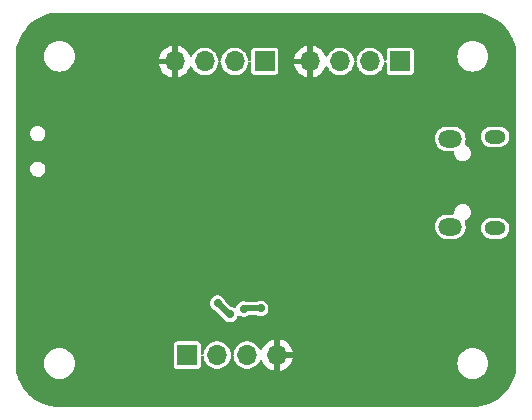
<source format=gbr>
%TF.GenerationSoftware,KiCad,Pcbnew,7.0.9*%
%TF.CreationDate,2023-12-08T01:22:57+08:00*%
%TF.ProjectId,Basic_STM32_Bluepill,42617369-635f-4535-944d-33325f426c75,rev?*%
%TF.SameCoordinates,Original*%
%TF.FileFunction,Copper,L2,Bot*%
%TF.FilePolarity,Positive*%
%FSLAX46Y46*%
G04 Gerber Fmt 4.6, Leading zero omitted, Abs format (unit mm)*
G04 Created by KiCad (PCBNEW 7.0.9) date 2023-12-08 01:22:57*
%MOMM*%
%LPD*%
G01*
G04 APERTURE LIST*
%TA.AperFunction,HeatsinkPad*%
%ADD10O,1.800000X1.150000*%
%TD*%
%TA.AperFunction,HeatsinkPad*%
%ADD11O,2.000000X1.450000*%
%TD*%
%TA.AperFunction,ComponentPad*%
%ADD12R,1.700000X1.700000*%
%TD*%
%TA.AperFunction,ComponentPad*%
%ADD13O,1.700000X1.700000*%
%TD*%
%TA.AperFunction,ViaPad*%
%ADD14C,0.700000*%
%TD*%
%TA.AperFunction,ViaPad*%
%ADD15C,0.800000*%
%TD*%
%TA.AperFunction,Conductor*%
%ADD16C,0.500000*%
%TD*%
G04 APERTURE END LIST*
D10*
%TO.P,J3,6,Shield*%
%TO.N,unconnected-(J3-Shield-Pad6)*%
X173895000Y-95575000D03*
D11*
X170095000Y-95425000D03*
X170095000Y-87975000D03*
D10*
X173895000Y-87825000D03*
%TD*%
D12*
%TO.P,J2,1,Pin_1*%
%TO.N,+3.3V*%
X154381000Y-81443000D03*
D13*
%TO.P,J2,2,Pin_2*%
%TO.N,/USART1_TX*%
X151841000Y-81443000D03*
%TO.P,J2,3,Pin_3*%
%TO.N,/USART1_RX*%
X149301000Y-81443000D03*
%TO.P,J2,4,Pin_4*%
%TO.N,GND*%
X146761000Y-81443000D03*
%TD*%
D12*
%TO.P,J4,1,Pin_1*%
%TO.N,+3.3V*%
X165862000Y-81443000D03*
D13*
%TO.P,J4,2,Pin_2*%
%TO.N,/SWDIO*%
X163322000Y-81443000D03*
%TO.P,J4,3,Pin_3*%
%TO.N,/SWCLK*%
X160782000Y-81443000D03*
%TO.P,J4,4,Pin_4*%
%TO.N,GND*%
X158242000Y-81443000D03*
%TD*%
D12*
%TO.P,J1,1,Pin_1*%
%TO.N,+3.3V*%
X147828000Y-106299000D03*
D13*
%TO.P,J1,2,Pin_2*%
%TO.N,/I2C2_SCL*%
X150368000Y-106299000D03*
%TO.P,J1,3,Pin_3*%
%TO.N,/I2C2_SDA*%
X152908000Y-106299000D03*
%TO.P,J1,4,Pin_4*%
%TO.N,GND*%
X155448000Y-106299000D03*
%TD*%
D14*
%TO.N,GND*%
X169800000Y-102300000D03*
X145200000Y-92800000D03*
X145422753Y-90704778D03*
D15*
X168000000Y-90000000D03*
D14*
X174000000Y-101900000D03*
D15*
X151600000Y-94200000D03*
X138700000Y-85800000D03*
X151100000Y-100600000D03*
D14*
X139700000Y-96300000D03*
X165400000Y-98400000D03*
X166200000Y-102400000D03*
D15*
X146600000Y-88900000D03*
X152200000Y-90500000D03*
D14*
X165400000Y-96900000D03*
X165000000Y-102400000D03*
X156800000Y-99800000D03*
X161000000Y-91000000D03*
%TO.N,+3.3V*%
X154050000Y-102350000D03*
X150405378Y-101905378D03*
X152610500Y-102407705D03*
X151450000Y-102850000D03*
%TD*%
D16*
%TO.N,+3.3V*%
X151350000Y-102850000D02*
X151450000Y-102850000D01*
X152668205Y-102350000D02*
X152610500Y-102407705D01*
X150405378Y-101905378D02*
X151350000Y-102850000D01*
X154050000Y-102350000D02*
X152668205Y-102350000D01*
%TD*%
%TA.AperFunction,Conductor*%
%TO.N,GND*%
G36*
X172001513Y-77300575D02*
G01*
X172359571Y-77318165D01*
X172365624Y-77318760D01*
X172718724Y-77371138D01*
X172724676Y-77372321D01*
X173013435Y-77444651D01*
X173070953Y-77459059D01*
X173076774Y-77460824D01*
X173412867Y-77581081D01*
X173418486Y-77583409D01*
X173741181Y-77736031D01*
X173746539Y-77738894D01*
X174052713Y-77922408D01*
X174057775Y-77925790D01*
X174344494Y-78138436D01*
X174349198Y-78142296D01*
X174613699Y-78382025D01*
X174617974Y-78386300D01*
X174781782Y-78567035D01*
X174857701Y-78650799D01*
X174861563Y-78655505D01*
X175074209Y-78942224D01*
X175077591Y-78947286D01*
X175261098Y-79253448D01*
X175263968Y-79258818D01*
X175416590Y-79581513D01*
X175418920Y-79587137D01*
X175539173Y-79923220D01*
X175540940Y-79929046D01*
X175627674Y-80275304D01*
X175628861Y-80281275D01*
X175681238Y-80634370D01*
X175681834Y-80640428D01*
X175699425Y-80998486D01*
X175699500Y-81001529D01*
X175699500Y-106998470D01*
X175699425Y-107001513D01*
X175681834Y-107359571D01*
X175681238Y-107365629D01*
X175628861Y-107718724D01*
X175627674Y-107724695D01*
X175540940Y-108070953D01*
X175539173Y-108076779D01*
X175418920Y-108412862D01*
X175416590Y-108418486D01*
X175263968Y-108741181D01*
X175261098Y-108746551D01*
X175077591Y-109052713D01*
X175074209Y-109057775D01*
X174861563Y-109344494D01*
X174857701Y-109349200D01*
X174617989Y-109613684D01*
X174613689Y-109617983D01*
X174518751Y-109704029D01*
X174349200Y-109857701D01*
X174344494Y-109861563D01*
X174057775Y-110074209D01*
X174052713Y-110077591D01*
X173746551Y-110261098D01*
X173741181Y-110263968D01*
X173418486Y-110416590D01*
X173412862Y-110418920D01*
X173076779Y-110539173D01*
X173070953Y-110540940D01*
X172724695Y-110627674D01*
X172718724Y-110628861D01*
X172365629Y-110681238D01*
X172359571Y-110681834D01*
X172001514Y-110699425D01*
X171998471Y-110699500D01*
X137001529Y-110699500D01*
X136998486Y-110699425D01*
X136640428Y-110681834D01*
X136634370Y-110681238D01*
X136281275Y-110628861D01*
X136275307Y-110627674D01*
X136217188Y-110613116D01*
X135929046Y-110540940D01*
X135923220Y-110539173D01*
X135587137Y-110418920D01*
X135581513Y-110416590D01*
X135258818Y-110263968D01*
X135253453Y-110261101D01*
X134947286Y-110077591D01*
X134942224Y-110074209D01*
X134655505Y-109861563D01*
X134650799Y-109857701D01*
X134532295Y-109750296D01*
X134386300Y-109617974D01*
X134382025Y-109613699D01*
X134142296Y-109349198D01*
X134138436Y-109344494D01*
X133925790Y-109057775D01*
X133922408Y-109052713D01*
X133738894Y-108746539D01*
X133736031Y-108741181D01*
X133583409Y-108418486D01*
X133581079Y-108412862D01*
X133535556Y-108285635D01*
X133460824Y-108076774D01*
X133459059Y-108070953D01*
X133441297Y-108000045D01*
X133372321Y-107724676D01*
X133371138Y-107718724D01*
X133330757Y-107446496D01*
X133318760Y-107365624D01*
X133318165Y-107359571D01*
X133300575Y-107001512D01*
X133300538Y-107000001D01*
X135694532Y-107000001D01*
X135714364Y-107226686D01*
X135714366Y-107226697D01*
X135773258Y-107446488D01*
X135773261Y-107446497D01*
X135869431Y-107652732D01*
X135869432Y-107652734D01*
X135999954Y-107839141D01*
X136160858Y-108000045D01*
X136160861Y-108000047D01*
X136347266Y-108130568D01*
X136553504Y-108226739D01*
X136773308Y-108285635D01*
X136943216Y-108300500D01*
X137056784Y-108300500D01*
X137226692Y-108285635D01*
X137446496Y-108226739D01*
X137652734Y-108130568D01*
X137839139Y-108000047D01*
X138000047Y-107839139D01*
X138130568Y-107652734D01*
X138226739Y-107446496D01*
X138285635Y-107226692D01*
X138288508Y-107193856D01*
X146677500Y-107193856D01*
X146677502Y-107193882D01*
X146680413Y-107218987D01*
X146680415Y-107218991D01*
X146725793Y-107321764D01*
X146725794Y-107321765D01*
X146805235Y-107401206D01*
X146908009Y-107446585D01*
X146933135Y-107449500D01*
X148722864Y-107449499D01*
X148722879Y-107449497D01*
X148722882Y-107449497D01*
X148747987Y-107446586D01*
X148747988Y-107446585D01*
X148747991Y-107446585D01*
X148850765Y-107401206D01*
X148930206Y-107321765D01*
X148975585Y-107218991D01*
X148978500Y-107193865D01*
X148978499Y-106455046D01*
X148998183Y-106388009D01*
X149050987Y-106342254D01*
X149120146Y-106332310D01*
X149183702Y-106361335D01*
X149221476Y-106420113D01*
X149225970Y-106443606D01*
X149232244Y-106511310D01*
X149290596Y-106716392D01*
X149290596Y-106716394D01*
X149385632Y-106907253D01*
X149454517Y-106998470D01*
X149514128Y-107077407D01*
X149671698Y-107221052D01*
X149852981Y-107333298D01*
X150051802Y-107410321D01*
X150261390Y-107449500D01*
X150261392Y-107449500D01*
X150474608Y-107449500D01*
X150474610Y-107449500D01*
X150684198Y-107410321D01*
X150883019Y-107333298D01*
X151064302Y-107221052D01*
X151221872Y-107077407D01*
X151350366Y-106907255D01*
X151404270Y-106799000D01*
X151445403Y-106716394D01*
X151445403Y-106716393D01*
X151445405Y-106716389D01*
X151503756Y-106511310D01*
X151514529Y-106395047D01*
X151540315Y-106330111D01*
X151582622Y-106299804D01*
X151691130Y-106299804D01*
X151727503Y-106320668D01*
X151759693Y-106382681D01*
X151761471Y-106395048D01*
X151772244Y-106511310D01*
X151830596Y-106716392D01*
X151830596Y-106716394D01*
X151925632Y-106907253D01*
X151994517Y-106998470D01*
X152054128Y-107077407D01*
X152211698Y-107221052D01*
X152392981Y-107333298D01*
X152591802Y-107410321D01*
X152801390Y-107449500D01*
X152801392Y-107449500D01*
X153014608Y-107449500D01*
X153014610Y-107449500D01*
X153224198Y-107410321D01*
X153423019Y-107333298D01*
X153604302Y-107221052D01*
X153761872Y-107077407D01*
X153890366Y-106907255D01*
X153957325Y-106772781D01*
X154004825Y-106721548D01*
X154072488Y-106704126D01*
X154138828Y-106726051D01*
X154180705Y-106775651D01*
X154274399Y-106976578D01*
X154409894Y-107170082D01*
X154576917Y-107337105D01*
X154770421Y-107472600D01*
X154984507Y-107572429D01*
X154984516Y-107572433D01*
X155198000Y-107629634D01*
X155198000Y-106734501D01*
X155305685Y-106783680D01*
X155412237Y-106799000D01*
X155483763Y-106799000D01*
X155590315Y-106783680D01*
X155698000Y-106734501D01*
X155698000Y-107629633D01*
X155911483Y-107572433D01*
X155911492Y-107572429D01*
X156125578Y-107472600D01*
X156319082Y-107337105D01*
X156486105Y-107170082D01*
X156605199Y-107000001D01*
X170694532Y-107000001D01*
X170714364Y-107226686D01*
X170714366Y-107226697D01*
X170773258Y-107446488D01*
X170773261Y-107446497D01*
X170869431Y-107652732D01*
X170869432Y-107652734D01*
X170999954Y-107839141D01*
X171160858Y-108000045D01*
X171160861Y-108000047D01*
X171347266Y-108130568D01*
X171553504Y-108226739D01*
X171773308Y-108285635D01*
X171943216Y-108300500D01*
X172056784Y-108300500D01*
X172226692Y-108285635D01*
X172446496Y-108226739D01*
X172652734Y-108130568D01*
X172839139Y-108000047D01*
X173000047Y-107839139D01*
X173130568Y-107652734D01*
X173226739Y-107446496D01*
X173285635Y-107226692D01*
X173305468Y-107000000D01*
X173285635Y-106773308D01*
X173226739Y-106553504D01*
X173130568Y-106347266D01*
X173000047Y-106160861D01*
X173000045Y-106160858D01*
X172839141Y-105999954D01*
X172652734Y-105869432D01*
X172652732Y-105869431D01*
X172446497Y-105773261D01*
X172446488Y-105773258D01*
X172226697Y-105714366D01*
X172226687Y-105714364D01*
X172056784Y-105699500D01*
X171943216Y-105699500D01*
X171773312Y-105714364D01*
X171773302Y-105714366D01*
X171553511Y-105773258D01*
X171553502Y-105773261D01*
X171347267Y-105869431D01*
X171347265Y-105869432D01*
X171160858Y-105999954D01*
X170999954Y-106160858D01*
X170869432Y-106347265D01*
X170869431Y-106347267D01*
X170773261Y-106553502D01*
X170773258Y-106553511D01*
X170714366Y-106773302D01*
X170714364Y-106773313D01*
X170694532Y-106999998D01*
X170694532Y-107000001D01*
X156605199Y-107000001D01*
X156621600Y-106976578D01*
X156721429Y-106762492D01*
X156721432Y-106762486D01*
X156778636Y-106549000D01*
X155881686Y-106549000D01*
X155907493Y-106508844D01*
X155948000Y-106370889D01*
X155948000Y-106227111D01*
X155907493Y-106089156D01*
X155881686Y-106049000D01*
X156778636Y-106049000D01*
X156778635Y-106048999D01*
X156721432Y-105835513D01*
X156721429Y-105835507D01*
X156621600Y-105621422D01*
X156621599Y-105621420D01*
X156486113Y-105427926D01*
X156486108Y-105427920D01*
X156319082Y-105260894D01*
X156125578Y-105125399D01*
X155911492Y-105025570D01*
X155911486Y-105025567D01*
X155698000Y-104968364D01*
X155698000Y-105863498D01*
X155590315Y-105814320D01*
X155483763Y-105799000D01*
X155412237Y-105799000D01*
X155305685Y-105814320D01*
X155198000Y-105863498D01*
X155198000Y-104968364D01*
X155197999Y-104968364D01*
X154984513Y-105025567D01*
X154984507Y-105025570D01*
X154770422Y-105125399D01*
X154770420Y-105125400D01*
X154576926Y-105260886D01*
X154576920Y-105260891D01*
X154409891Y-105427920D01*
X154409886Y-105427926D01*
X154274400Y-105621420D01*
X154274399Y-105621422D01*
X154180705Y-105822348D01*
X154134532Y-105874787D01*
X154067339Y-105893939D01*
X154000457Y-105873723D01*
X153957324Y-105825216D01*
X153890366Y-105690745D01*
X153761872Y-105520593D01*
X153604302Y-105376948D01*
X153423019Y-105264702D01*
X153423017Y-105264701D01*
X153323608Y-105226190D01*
X153224198Y-105187679D01*
X153014610Y-105148500D01*
X152801390Y-105148500D01*
X152591802Y-105187679D01*
X152591799Y-105187679D01*
X152591799Y-105187680D01*
X152392982Y-105264701D01*
X152392980Y-105264702D01*
X152211699Y-105376947D01*
X152054127Y-105520593D01*
X151925632Y-105690746D01*
X151830596Y-105881605D01*
X151830596Y-105881607D01*
X151772244Y-106086689D01*
X151761471Y-106202951D01*
X151735685Y-106267888D01*
X151691130Y-106299804D01*
X151582622Y-106299804D01*
X151584869Y-106298194D01*
X151548497Y-106277331D01*
X151516307Y-106215318D01*
X151514529Y-106202951D01*
X151510629Y-106160861D01*
X151503756Y-106086690D01*
X151445405Y-105881611D01*
X151445403Y-105881606D01*
X151445403Y-105881605D01*
X151350367Y-105690746D01*
X151221872Y-105520593D01*
X151064302Y-105376948D01*
X150883019Y-105264702D01*
X150883017Y-105264701D01*
X150783608Y-105226190D01*
X150684198Y-105187679D01*
X150474610Y-105148500D01*
X150261390Y-105148500D01*
X150051802Y-105187679D01*
X150051799Y-105187679D01*
X150051799Y-105187680D01*
X149852982Y-105264701D01*
X149852980Y-105264702D01*
X149671699Y-105376947D01*
X149514127Y-105520593D01*
X149385632Y-105690746D01*
X149290596Y-105881605D01*
X149290596Y-105881607D01*
X149232244Y-106086689D01*
X149225970Y-106154394D01*
X149200183Y-106219331D01*
X149143383Y-106260018D01*
X149073602Y-106263538D01*
X149012995Y-106228772D01*
X148980806Y-106166759D01*
X148978499Y-106142952D01*
X148978499Y-105404143D01*
X148978499Y-105404136D01*
X148978497Y-105404117D01*
X148975586Y-105379012D01*
X148975585Y-105379010D01*
X148975585Y-105379009D01*
X148930206Y-105276235D01*
X148850765Y-105196794D01*
X148830124Y-105187680D01*
X148747992Y-105151415D01*
X148722865Y-105148500D01*
X146933143Y-105148500D01*
X146933117Y-105148502D01*
X146908012Y-105151413D01*
X146908008Y-105151415D01*
X146805235Y-105196793D01*
X146725794Y-105276234D01*
X146680415Y-105379006D01*
X146680415Y-105379008D01*
X146677500Y-105404131D01*
X146677500Y-107193856D01*
X138288508Y-107193856D01*
X138305468Y-107000000D01*
X138285635Y-106773308D01*
X138226739Y-106553504D01*
X138130568Y-106347266D01*
X138000047Y-106160861D01*
X138000045Y-106160858D01*
X137839141Y-105999954D01*
X137652734Y-105869432D01*
X137652732Y-105869431D01*
X137446497Y-105773261D01*
X137446488Y-105773258D01*
X137226697Y-105714366D01*
X137226687Y-105714364D01*
X137056784Y-105699500D01*
X136943216Y-105699500D01*
X136773312Y-105714364D01*
X136773302Y-105714366D01*
X136553511Y-105773258D01*
X136553502Y-105773261D01*
X136347267Y-105869431D01*
X136347265Y-105869432D01*
X136160858Y-105999954D01*
X135999954Y-106160858D01*
X135869432Y-106347265D01*
X135869431Y-106347267D01*
X135773261Y-106553502D01*
X135773258Y-106553511D01*
X135714366Y-106773302D01*
X135714364Y-106773313D01*
X135694532Y-106999998D01*
X135694532Y-107000001D01*
X133300538Y-107000001D01*
X133300500Y-106998470D01*
X133300500Y-101905378D01*
X149750100Y-101905378D01*
X149769140Y-102062196D01*
X149807439Y-102163181D01*
X149825158Y-102209901D01*
X149914895Y-102339908D01*
X150033138Y-102444661D01*
X150173013Y-102518074D01*
X150227747Y-102531564D01*
X150285755Y-102564280D01*
X150849565Y-103128089D01*
X150864828Y-103148828D01*
X150865520Y-103148351D01*
X150869779Y-103154522D01*
X150869780Y-103154523D01*
X150959517Y-103284530D01*
X151077760Y-103389283D01*
X151077762Y-103389284D01*
X151217634Y-103462696D01*
X151371014Y-103500500D01*
X151371015Y-103500500D01*
X151528985Y-103500500D01*
X151682365Y-103462696D01*
X151822240Y-103389283D01*
X151940483Y-103284530D01*
X152030220Y-103154523D01*
X152080764Y-103021248D01*
X152122942Y-102965546D01*
X152188540Y-102941489D01*
X152254332Y-102955424D01*
X152378134Y-103020401D01*
X152531514Y-103058205D01*
X152531515Y-103058205D01*
X152689485Y-103058205D01*
X152842865Y-103020401D01*
X152868745Y-103006818D01*
X152982740Y-102946988D01*
X153000014Y-102931685D01*
X153063246Y-102901963D01*
X153082241Y-102900500D01*
X153668569Y-102900500D01*
X153726194Y-102914703D01*
X153817635Y-102962696D01*
X153894325Y-102981598D01*
X153971014Y-103000500D01*
X153971015Y-103000500D01*
X154128985Y-103000500D01*
X154282365Y-102962696D01*
X154312290Y-102946990D01*
X154422240Y-102889283D01*
X154540483Y-102784530D01*
X154630220Y-102654523D01*
X154686237Y-102506818D01*
X154705278Y-102350000D01*
X154686237Y-102193182D01*
X154630220Y-102045477D01*
X154540483Y-101915470D01*
X154422240Y-101810717D01*
X154422238Y-101810716D01*
X154422237Y-101810715D01*
X154282365Y-101737303D01*
X154128986Y-101699500D01*
X154128985Y-101699500D01*
X153971015Y-101699500D01*
X153971014Y-101699500D01*
X153817636Y-101737303D01*
X153779717Y-101757205D01*
X153726194Y-101785296D01*
X153668569Y-101799500D01*
X152876142Y-101799500D01*
X152846467Y-101795897D01*
X152842865Y-101795009D01*
X152689485Y-101757205D01*
X152531515Y-101757205D01*
X152531514Y-101757205D01*
X152378134Y-101795008D01*
X152238262Y-101868420D01*
X152120016Y-101973176D01*
X152030281Y-102103179D01*
X151979735Y-102236456D01*
X151937556Y-102292158D01*
X151871958Y-102316215D01*
X151806167Y-102302280D01*
X151682365Y-102237303D01*
X151528985Y-102199499D01*
X151521540Y-102198596D01*
X151521704Y-102197244D01*
X151462347Y-102179815D01*
X151441705Y-102163181D01*
X151069315Y-101790790D01*
X151041054Y-101747080D01*
X151023009Y-101699500D01*
X150985598Y-101600855D01*
X150895861Y-101470848D01*
X150777618Y-101366095D01*
X150777616Y-101366094D01*
X150777615Y-101366093D01*
X150637743Y-101292681D01*
X150484364Y-101254878D01*
X150484363Y-101254878D01*
X150326393Y-101254878D01*
X150326392Y-101254878D01*
X150173012Y-101292681D01*
X150033140Y-101366093D01*
X149914894Y-101470849D01*
X149825159Y-101600853D01*
X149825158Y-101600854D01*
X149769140Y-101748559D01*
X149750100Y-101905377D01*
X149750100Y-101905378D01*
X133300500Y-101905378D01*
X133300500Y-95425000D01*
X168789538Y-95425000D01*
X168809337Y-95626031D01*
X168867978Y-95819345D01*
X168963198Y-95997488D01*
X168963203Y-95997495D01*
X169091352Y-96153647D01*
X169200016Y-96242824D01*
X169247506Y-96281798D01*
X169247509Y-96281799D01*
X169247511Y-96281801D01*
X169425654Y-96377021D01*
X169425656Y-96377021D01*
X169425659Y-96377023D01*
X169618967Y-96435662D01*
X169769620Y-96450500D01*
X169769623Y-96450500D01*
X170420377Y-96450500D01*
X170420380Y-96450500D01*
X170571033Y-96435662D01*
X170764341Y-96377023D01*
X170942494Y-96281798D01*
X171098647Y-96153647D01*
X171226798Y-95997494D01*
X171322023Y-95819341D01*
X171380662Y-95626033D01*
X171390384Y-95527324D01*
X172690630Y-95527324D01*
X172700939Y-95717475D01*
X172729223Y-95819345D01*
X172751887Y-95900969D01*
X172751888Y-95900972D01*
X172841087Y-96069217D01*
X172841088Y-96069220D01*
X172964368Y-96214356D01*
X172964369Y-96214357D01*
X173115971Y-96329602D01*
X173115972Y-96329602D01*
X173115973Y-96329603D01*
X173115974Y-96329604D01*
X173218466Y-96377021D01*
X173288803Y-96409562D01*
X173288804Y-96409562D01*
X173288806Y-96409563D01*
X173345227Y-96421982D01*
X173474784Y-96450500D01*
X173474785Y-96450500D01*
X174267459Y-96450500D01*
X174267465Y-96450500D01*
X174409316Y-96435073D01*
X174589780Y-96374267D01*
X174752954Y-96276089D01*
X174891207Y-96145129D01*
X174998075Y-95987510D01*
X174998077Y-95987506D01*
X175068561Y-95810606D01*
X175068562Y-95810602D01*
X175099370Y-95622678D01*
X175089061Y-95432525D01*
X175038114Y-95249033D01*
X174948914Y-95080784D01*
X174948911Y-95080781D01*
X174948911Y-95080779D01*
X174825631Y-94935643D01*
X174765962Y-94890284D01*
X174674029Y-94820398D01*
X174674028Y-94820397D01*
X174674026Y-94820396D01*
X174674025Y-94820395D01*
X174501193Y-94740436D01*
X174315216Y-94699500D01*
X173522535Y-94699500D01*
X173522533Y-94699500D01*
X173380683Y-94714927D01*
X173200217Y-94775734D01*
X173037048Y-94873909D01*
X172898791Y-95004872D01*
X172791922Y-95162493D01*
X172721438Y-95339393D01*
X172690630Y-95527324D01*
X171390384Y-95527324D01*
X171400462Y-95425000D01*
X171380662Y-95223967D01*
X171322023Y-95030659D01*
X171322022Y-95030657D01*
X171319700Y-95025051D01*
X171312234Y-94955581D01*
X171343511Y-94893103D01*
X171390300Y-94861657D01*
X171395218Y-94859791D01*
X171395225Y-94859790D01*
X171429707Y-94841691D01*
X171436507Y-94838630D01*
X171472930Y-94824818D01*
X171504981Y-94802693D01*
X171511379Y-94798825D01*
X171545852Y-94780734D01*
X171575002Y-94754908D01*
X171580871Y-94750310D01*
X171612929Y-94728183D01*
X171638748Y-94699037D01*
X171644037Y-94693748D01*
X171673183Y-94667929D01*
X171695310Y-94635871D01*
X171699908Y-94630002D01*
X171725734Y-94600852D01*
X171743825Y-94566379D01*
X171747693Y-94559981D01*
X171769818Y-94527930D01*
X171783630Y-94491507D01*
X171786691Y-94484707D01*
X171804790Y-94450225D01*
X171814106Y-94412427D01*
X171816335Y-94405271D01*
X171830140Y-94368872D01*
X171834834Y-94330206D01*
X171836177Y-94322875D01*
X171845500Y-94285056D01*
X171845500Y-94246126D01*
X171845952Y-94238646D01*
X171850645Y-94200000D01*
X171845951Y-94161348D01*
X171845500Y-94153872D01*
X171845500Y-94114943D01*
X171836183Y-94077147D01*
X171834832Y-94069773D01*
X171830140Y-94031130D01*
X171830140Y-94031128D01*
X171816329Y-93994712D01*
X171814110Y-93987590D01*
X171804790Y-93949775D01*
X171786687Y-93915283D01*
X171783627Y-93908484D01*
X171769818Y-93872070D01*
X171747694Y-93840018D01*
X171743823Y-93833614D01*
X171725736Y-93799151D01*
X171725732Y-93799145D01*
X171711150Y-93782685D01*
X171699916Y-93770005D01*
X171695299Y-93764111D01*
X171673185Y-93732073D01*
X171673183Y-93732071D01*
X171644037Y-93706250D01*
X171638743Y-93700955D01*
X171612933Y-93671821D01*
X171612930Y-93671819D01*
X171612929Y-93671817D01*
X171612925Y-93671814D01*
X171580882Y-93649695D01*
X171574986Y-93645075D01*
X171545851Y-93619265D01*
X171545848Y-93619263D01*
X171511387Y-93601177D01*
X171504974Y-93597300D01*
X171472933Y-93575183D01*
X171472931Y-93575182D01*
X171436524Y-93561374D01*
X171429693Y-93558299D01*
X171395226Y-93540210D01*
X171395221Y-93540209D01*
X171393601Y-93539809D01*
X171357424Y-93530892D01*
X171350276Y-93528665D01*
X171313876Y-93514861D01*
X171313869Y-93514859D01*
X171275223Y-93510166D01*
X171267855Y-93508816D01*
X171230058Y-93499500D01*
X171230056Y-93499500D01*
X171059944Y-93499500D01*
X171049363Y-93502107D01*
X171022143Y-93508816D01*
X171014776Y-93510166D01*
X170976126Y-93514860D01*
X170939725Y-93528664D01*
X170932576Y-93530891D01*
X170894775Y-93540210D01*
X170894770Y-93540212D01*
X170860296Y-93558303D01*
X170853467Y-93561377D01*
X170817071Y-93575180D01*
X170817069Y-93575181D01*
X170785027Y-93597299D01*
X170778617Y-93601174D01*
X170744149Y-93619265D01*
X170715005Y-93645082D01*
X170709110Y-93649700D01*
X170677072Y-93671815D01*
X170677071Y-93671816D01*
X170651253Y-93700957D01*
X170645957Y-93706253D01*
X170616816Y-93732071D01*
X170616815Y-93732072D01*
X170594700Y-93764110D01*
X170590082Y-93770005D01*
X170564265Y-93799149D01*
X170546174Y-93833617D01*
X170542299Y-93840027D01*
X170520181Y-93872069D01*
X170520180Y-93872071D01*
X170506377Y-93908467D01*
X170503303Y-93915296D01*
X170485212Y-93949770D01*
X170485210Y-93949775D01*
X170475891Y-93987576D01*
X170473664Y-93994725D01*
X170459860Y-94031126D01*
X170455166Y-94069776D01*
X170453816Y-94077143D01*
X170444500Y-94114945D01*
X170444500Y-94153872D01*
X170444048Y-94161352D01*
X170439355Y-94199999D01*
X170444048Y-94238646D01*
X170444500Y-94246126D01*
X170444500Y-94275500D01*
X170424815Y-94342539D01*
X170372011Y-94388294D01*
X170320500Y-94399500D01*
X169769620Y-94399500D01*
X169732433Y-94403162D01*
X169618968Y-94414337D01*
X169425654Y-94472978D01*
X169247511Y-94568198D01*
X169247504Y-94568203D01*
X169091352Y-94696352D01*
X168963203Y-94852504D01*
X168963198Y-94852511D01*
X168867978Y-95030654D01*
X168809337Y-95223968D01*
X168789538Y-95425000D01*
X133300500Y-95425000D01*
X133300500Y-90521833D01*
X134515624Y-90521833D01*
X134525944Y-90685860D01*
X134576732Y-90842171D01*
X134576734Y-90842175D01*
X134664798Y-90980940D01*
X134784603Y-91093445D01*
X134784611Y-91093451D01*
X134864860Y-91137568D01*
X134928632Y-91172627D01*
X135087823Y-91213500D01*
X135087827Y-91213500D01*
X135210923Y-91213500D01*
X135210925Y-91213500D01*
X135210930Y-91213499D01*
X135210934Y-91213499D01*
X135224174Y-91211826D01*
X135333058Y-91198071D01*
X135485871Y-91137568D01*
X135485878Y-91137563D01*
X135618835Y-91040965D01*
X135618835Y-91040963D01*
X135618837Y-91040963D01*
X135723600Y-90914326D01*
X135793579Y-90765613D01*
X135824376Y-90604170D01*
X135814056Y-90440140D01*
X135763268Y-90283829D01*
X135675202Y-90145060D01*
X135611281Y-90085034D01*
X135555396Y-90032554D01*
X135555388Y-90032548D01*
X135411371Y-89953374D01*
X135411361Y-89953371D01*
X135252180Y-89912500D01*
X135252177Y-89912500D01*
X135129075Y-89912500D01*
X135129065Y-89912500D01*
X135006942Y-89927929D01*
X135006939Y-89927929D01*
X134854130Y-89988431D01*
X134854121Y-89988436D01*
X134721164Y-90085034D01*
X134721162Y-90085037D01*
X134616400Y-90211673D01*
X134546420Y-90360387D01*
X134531207Y-90440139D01*
X134515624Y-90521830D01*
X134515624Y-90521832D01*
X134515624Y-90521833D01*
X133300500Y-90521833D01*
X133300500Y-87521833D01*
X134515624Y-87521833D01*
X134525944Y-87685860D01*
X134576732Y-87842171D01*
X134576734Y-87842175D01*
X134664798Y-87980940D01*
X134784603Y-88093445D01*
X134784611Y-88093451D01*
X134928628Y-88172625D01*
X134928632Y-88172627D01*
X135087823Y-88213500D01*
X135087827Y-88213500D01*
X135210923Y-88213500D01*
X135210925Y-88213500D01*
X135210930Y-88213499D01*
X135210934Y-88213499D01*
X135224174Y-88211826D01*
X135333058Y-88198071D01*
X135485871Y-88137568D01*
X135485878Y-88137563D01*
X135618835Y-88040965D01*
X135618835Y-88040963D01*
X135618837Y-88040963D01*
X135673406Y-87975000D01*
X168789538Y-87975000D01*
X168809337Y-88176031D01*
X168867978Y-88369345D01*
X168963198Y-88547488D01*
X168963201Y-88547492D01*
X168963202Y-88547494D01*
X168973502Y-88560045D01*
X169091352Y-88703647D01*
X169125990Y-88732073D01*
X169247506Y-88831798D01*
X169247509Y-88831799D01*
X169247511Y-88831801D01*
X169425654Y-88927021D01*
X169425656Y-88927021D01*
X169425659Y-88927023D01*
X169618967Y-88985662D01*
X169769620Y-89000500D01*
X169769623Y-89000500D01*
X170320500Y-89000500D01*
X170387539Y-89020185D01*
X170433294Y-89072989D01*
X170444500Y-89124500D01*
X170444500Y-89153872D01*
X170444048Y-89161352D01*
X170439355Y-89199999D01*
X170444048Y-89238646D01*
X170444500Y-89246126D01*
X170444500Y-89285058D01*
X170453816Y-89322855D01*
X170455166Y-89330223D01*
X170459859Y-89368869D01*
X170459861Y-89368876D01*
X170473665Y-89405276D01*
X170475894Y-89412429D01*
X170485209Y-89450221D01*
X170485210Y-89450226D01*
X170503299Y-89484693D01*
X170506374Y-89491524D01*
X170520182Y-89527931D01*
X170520183Y-89527933D01*
X170542300Y-89559974D01*
X170546177Y-89566387D01*
X170564263Y-89600848D01*
X170564265Y-89600851D01*
X170590075Y-89629986D01*
X170594695Y-89635882D01*
X170594701Y-89635890D01*
X170616816Y-89667928D01*
X170616821Y-89667933D01*
X170645955Y-89693743D01*
X170651250Y-89699037D01*
X170677069Y-89728181D01*
X170677073Y-89728185D01*
X170709111Y-89750299D01*
X170715005Y-89754916D01*
X170727685Y-89766150D01*
X170744145Y-89780732D01*
X170744151Y-89780736D01*
X170778614Y-89798823D01*
X170785018Y-89802694D01*
X170817070Y-89824818D01*
X170853484Y-89838627D01*
X170860283Y-89841687D01*
X170894775Y-89859790D01*
X170894777Y-89859790D01*
X170894778Y-89859791D01*
X170901914Y-89861549D01*
X170932590Y-89869110D01*
X170939712Y-89871329D01*
X170976128Y-89885140D01*
X170995572Y-89887500D01*
X171014773Y-89889832D01*
X171022140Y-89891181D01*
X171046369Y-89897153D01*
X171059943Y-89900500D01*
X171059944Y-89900500D01*
X171230058Y-89900500D01*
X171239590Y-89898149D01*
X171267875Y-89891177D01*
X171275206Y-89889834D01*
X171313872Y-89885140D01*
X171350277Y-89871333D01*
X171357427Y-89869106D01*
X171368744Y-89866316D01*
X171395225Y-89859790D01*
X171429707Y-89841691D01*
X171436507Y-89838630D01*
X171472930Y-89824818D01*
X171504981Y-89802693D01*
X171511379Y-89798825D01*
X171545852Y-89780734D01*
X171575002Y-89754908D01*
X171580871Y-89750310D01*
X171612929Y-89728183D01*
X171638748Y-89699037D01*
X171644037Y-89693748D01*
X171673183Y-89667929D01*
X171695310Y-89635871D01*
X171699908Y-89630002D01*
X171725734Y-89600852D01*
X171743825Y-89566379D01*
X171747693Y-89559981D01*
X171769818Y-89527930D01*
X171783630Y-89491507D01*
X171786691Y-89484707D01*
X171804790Y-89450225D01*
X171811316Y-89423744D01*
X171814106Y-89412427D01*
X171816333Y-89405277D01*
X171830140Y-89368872D01*
X171834834Y-89330206D01*
X171836177Y-89322875D01*
X171845500Y-89285056D01*
X171845500Y-89246126D01*
X171845952Y-89238646D01*
X171850645Y-89200000D01*
X171845951Y-89161348D01*
X171845500Y-89153872D01*
X171845500Y-89114943D01*
X171836183Y-89077147D01*
X171834832Y-89069773D01*
X171830140Y-89031130D01*
X171830140Y-89031128D01*
X171816329Y-88994712D01*
X171814110Y-88987590D01*
X171804790Y-88949775D01*
X171786687Y-88915283D01*
X171783627Y-88908484D01*
X171769818Y-88872070D01*
X171747694Y-88840018D01*
X171743823Y-88833614D01*
X171725736Y-88799151D01*
X171725732Y-88799145D01*
X171711150Y-88782685D01*
X171699916Y-88770005D01*
X171695299Y-88764111D01*
X171673185Y-88732073D01*
X171673183Y-88732071D01*
X171644037Y-88706250D01*
X171638743Y-88700955D01*
X171612933Y-88671821D01*
X171612930Y-88671819D01*
X171612929Y-88671817D01*
X171595177Y-88659563D01*
X171580882Y-88649695D01*
X171574986Y-88645075D01*
X171545851Y-88619265D01*
X171545848Y-88619263D01*
X171511387Y-88601177D01*
X171504974Y-88597300D01*
X171472933Y-88575183D01*
X171472931Y-88575182D01*
X171436524Y-88561374D01*
X171429693Y-88558299D01*
X171395220Y-88540207D01*
X171390288Y-88538337D01*
X171334587Y-88496158D01*
X171310532Y-88430559D01*
X171319702Y-88374945D01*
X171322020Y-88369347D01*
X171322021Y-88369345D01*
X171322023Y-88369341D01*
X171380662Y-88176033D01*
X171400462Y-87975000D01*
X171380993Y-87777324D01*
X172690630Y-87777324D01*
X172700939Y-87967476D01*
X172720522Y-88038006D01*
X172748164Y-88137563D01*
X172751887Y-88150969D01*
X172751888Y-88150972D01*
X172841087Y-88319217D01*
X172841088Y-88319220D01*
X172964368Y-88464356D01*
X172964369Y-88464357D01*
X173115971Y-88579602D01*
X173115972Y-88579602D01*
X173115973Y-88579603D01*
X173115974Y-88579604D01*
X173221758Y-88628543D01*
X173288803Y-88659562D01*
X173288804Y-88659562D01*
X173288806Y-88659563D01*
X173344464Y-88671814D01*
X173474784Y-88700500D01*
X173474785Y-88700500D01*
X174267459Y-88700500D01*
X174267465Y-88700500D01*
X174409316Y-88685073D01*
X174589780Y-88624267D01*
X174752954Y-88526089D01*
X174891207Y-88395129D01*
X174998075Y-88237510D01*
X175013789Y-88198071D01*
X175068561Y-88060606D01*
X175071781Y-88040965D01*
X175099370Y-87872678D01*
X175089061Y-87682525D01*
X175038114Y-87499033D01*
X174948914Y-87330784D01*
X174948911Y-87330781D01*
X174948911Y-87330779D01*
X174825631Y-87185643D01*
X174674026Y-87070396D01*
X174674025Y-87070395D01*
X174501193Y-86990436D01*
X174315216Y-86949500D01*
X173522535Y-86949500D01*
X173522533Y-86949500D01*
X173380683Y-86964927D01*
X173200217Y-87025734D01*
X173037048Y-87123909D01*
X172898791Y-87254872D01*
X172791922Y-87412493D01*
X172721438Y-87589393D01*
X172690630Y-87777324D01*
X171380993Y-87777324D01*
X171380662Y-87773967D01*
X171322023Y-87580659D01*
X171322021Y-87580656D01*
X171322021Y-87580654D01*
X171226801Y-87402511D01*
X171226799Y-87402509D01*
X171226798Y-87402506D01*
X171187824Y-87355016D01*
X171098647Y-87246352D01*
X170942495Y-87118203D01*
X170942488Y-87118198D01*
X170764345Y-87022978D01*
X170571031Y-86964337D01*
X170459683Y-86953371D01*
X170420380Y-86949500D01*
X169769620Y-86949500D01*
X169732433Y-86953162D01*
X169618968Y-86964337D01*
X169425654Y-87022978D01*
X169247511Y-87118198D01*
X169247504Y-87118203D01*
X169091352Y-87246352D01*
X168963203Y-87402504D01*
X168963198Y-87402511D01*
X168867978Y-87580654D01*
X168809337Y-87773968D01*
X168789538Y-87975000D01*
X135673406Y-87975000D01*
X135723600Y-87914326D01*
X135793579Y-87765613D01*
X135824376Y-87604170D01*
X135814056Y-87440140D01*
X135763268Y-87283829D01*
X135675202Y-87145060D01*
X135652681Y-87123911D01*
X135555396Y-87032554D01*
X135555388Y-87032548D01*
X135411371Y-86953374D01*
X135411361Y-86953371D01*
X135252180Y-86912500D01*
X135252177Y-86912500D01*
X135129075Y-86912500D01*
X135129065Y-86912500D01*
X135006942Y-86927929D01*
X135006939Y-86927929D01*
X134854130Y-86988431D01*
X134854121Y-86988436D01*
X134721164Y-87085034D01*
X134721162Y-87085037D01*
X134616400Y-87211673D01*
X134546420Y-87360387D01*
X134536481Y-87412493D01*
X134515624Y-87521830D01*
X134515624Y-87521832D01*
X134515624Y-87521833D01*
X133300500Y-87521833D01*
X133300500Y-81001529D01*
X133300538Y-81000001D01*
X135694532Y-81000001D01*
X135714364Y-81226686D01*
X135714366Y-81226697D01*
X135773258Y-81446488D01*
X135773261Y-81446497D01*
X135869431Y-81652732D01*
X135869432Y-81652734D01*
X135999954Y-81839141D01*
X136160858Y-82000045D01*
X136160861Y-82000047D01*
X136347266Y-82130568D01*
X136553504Y-82226739D01*
X136773308Y-82285635D01*
X136943216Y-82300500D01*
X137056784Y-82300500D01*
X137226692Y-82285635D01*
X137446496Y-82226739D01*
X137652734Y-82130568D01*
X137839139Y-82000047D01*
X138000047Y-81839139D01*
X138102374Y-81693000D01*
X145430364Y-81693000D01*
X145487567Y-81906486D01*
X145487570Y-81906492D01*
X145587399Y-82120578D01*
X145722894Y-82314082D01*
X145889917Y-82481105D01*
X146083421Y-82616600D01*
X146297507Y-82716429D01*
X146297516Y-82716433D01*
X146511000Y-82773634D01*
X146511000Y-81878501D01*
X146618685Y-81927680D01*
X146725237Y-81943000D01*
X146796763Y-81943000D01*
X146903315Y-81927680D01*
X147011000Y-81878501D01*
X147011000Y-82773633D01*
X147224483Y-82716433D01*
X147224492Y-82716429D01*
X147438578Y-82616600D01*
X147632082Y-82481105D01*
X147799105Y-82314082D01*
X147934600Y-82120578D01*
X148028294Y-81919651D01*
X148074466Y-81867212D01*
X148141660Y-81848060D01*
X148208541Y-81868276D01*
X148251676Y-81916785D01*
X148318632Y-82051253D01*
X148378528Y-82130567D01*
X148447128Y-82221407D01*
X148604698Y-82365052D01*
X148785981Y-82477298D01*
X148984802Y-82554321D01*
X149194390Y-82593500D01*
X149194392Y-82593500D01*
X149407608Y-82593500D01*
X149407610Y-82593500D01*
X149617198Y-82554321D01*
X149816019Y-82477298D01*
X149997302Y-82365052D01*
X150154872Y-82221407D01*
X150283366Y-82051255D01*
X150337270Y-81943000D01*
X150378403Y-81860394D01*
X150378403Y-81860393D01*
X150378405Y-81860389D01*
X150436756Y-81655310D01*
X150447529Y-81539047D01*
X150473315Y-81474111D01*
X150515622Y-81443804D01*
X150624130Y-81443804D01*
X150660503Y-81464668D01*
X150692693Y-81526681D01*
X150694471Y-81539048D01*
X150705244Y-81655310D01*
X150763596Y-81860392D01*
X150763596Y-81860394D01*
X150858632Y-82051253D01*
X150918528Y-82130567D01*
X150987128Y-82221407D01*
X151144698Y-82365052D01*
X151325981Y-82477298D01*
X151524802Y-82554321D01*
X151734390Y-82593500D01*
X151734392Y-82593500D01*
X151947608Y-82593500D01*
X151947610Y-82593500D01*
X152157198Y-82554321D01*
X152356019Y-82477298D01*
X152537302Y-82365052D01*
X152694872Y-82221407D01*
X152823366Y-82051255D01*
X152877270Y-81943000D01*
X152918403Y-81860394D01*
X152918403Y-81860393D01*
X152918405Y-81860389D01*
X152976756Y-81655310D01*
X152983029Y-81587605D01*
X153008814Y-81522669D01*
X153065614Y-81481981D01*
X153135395Y-81478461D01*
X153196002Y-81513225D01*
X153228193Y-81575238D01*
X153230500Y-81599047D01*
X153230500Y-82337856D01*
X153230502Y-82337882D01*
X153233413Y-82362987D01*
X153233415Y-82362991D01*
X153278793Y-82465764D01*
X153278794Y-82465765D01*
X153358235Y-82545206D01*
X153461009Y-82590585D01*
X153486135Y-82593500D01*
X155275864Y-82593499D01*
X155275879Y-82593497D01*
X155275882Y-82593497D01*
X155300987Y-82590586D01*
X155300988Y-82590585D01*
X155300991Y-82590585D01*
X155403765Y-82545206D01*
X155483206Y-82465765D01*
X155528585Y-82362991D01*
X155531500Y-82337865D01*
X155531500Y-81693000D01*
X156911364Y-81693000D01*
X156968567Y-81906486D01*
X156968570Y-81906492D01*
X157068399Y-82120578D01*
X157203894Y-82314082D01*
X157370917Y-82481105D01*
X157564421Y-82616600D01*
X157778507Y-82716429D01*
X157778516Y-82716433D01*
X157992000Y-82773634D01*
X157992000Y-81878501D01*
X158099685Y-81927680D01*
X158206237Y-81943000D01*
X158277763Y-81943000D01*
X158384315Y-81927680D01*
X158492000Y-81878501D01*
X158492000Y-82773633D01*
X158705483Y-82716433D01*
X158705492Y-82716429D01*
X158919578Y-82616600D01*
X159113082Y-82481105D01*
X159280105Y-82314082D01*
X159415600Y-82120578D01*
X159509294Y-81919651D01*
X159555466Y-81867212D01*
X159622660Y-81848060D01*
X159689541Y-81868276D01*
X159732676Y-81916785D01*
X159799632Y-82051253D01*
X159859528Y-82130567D01*
X159928128Y-82221407D01*
X160085698Y-82365052D01*
X160266981Y-82477298D01*
X160465802Y-82554321D01*
X160675390Y-82593500D01*
X160675392Y-82593500D01*
X160888608Y-82593500D01*
X160888610Y-82593500D01*
X161098198Y-82554321D01*
X161297019Y-82477298D01*
X161478302Y-82365052D01*
X161635872Y-82221407D01*
X161764366Y-82051255D01*
X161818270Y-81943000D01*
X161859403Y-81860394D01*
X161859403Y-81860393D01*
X161859405Y-81860389D01*
X161917756Y-81655310D01*
X161928529Y-81539047D01*
X161954315Y-81474111D01*
X161996622Y-81443804D01*
X162105130Y-81443804D01*
X162141503Y-81464668D01*
X162173693Y-81526681D01*
X162175471Y-81539048D01*
X162186244Y-81655310D01*
X162244596Y-81860392D01*
X162244596Y-81860394D01*
X162339632Y-82051253D01*
X162399528Y-82130567D01*
X162468128Y-82221407D01*
X162625698Y-82365052D01*
X162806981Y-82477298D01*
X163005802Y-82554321D01*
X163215390Y-82593500D01*
X163215392Y-82593500D01*
X163428608Y-82593500D01*
X163428610Y-82593500D01*
X163638198Y-82554321D01*
X163837019Y-82477298D01*
X164018302Y-82365052D01*
X164175872Y-82221407D01*
X164304366Y-82051255D01*
X164358270Y-81943000D01*
X164399403Y-81860394D01*
X164399403Y-81860393D01*
X164399405Y-81860389D01*
X164457756Y-81655310D01*
X164464029Y-81587605D01*
X164489814Y-81522669D01*
X164546614Y-81481981D01*
X164616395Y-81478461D01*
X164677002Y-81513225D01*
X164709193Y-81575238D01*
X164711500Y-81599047D01*
X164711500Y-82337856D01*
X164711502Y-82337882D01*
X164714413Y-82362987D01*
X164714415Y-82362991D01*
X164759793Y-82465764D01*
X164759794Y-82465765D01*
X164839235Y-82545206D01*
X164942009Y-82590585D01*
X164967135Y-82593500D01*
X166756864Y-82593499D01*
X166756879Y-82593497D01*
X166756882Y-82593497D01*
X166781987Y-82590586D01*
X166781988Y-82590585D01*
X166781991Y-82590585D01*
X166884765Y-82545206D01*
X166964206Y-82465765D01*
X167009585Y-82362991D01*
X167012500Y-82337865D01*
X167012499Y-81000001D01*
X170694532Y-81000001D01*
X170714364Y-81226686D01*
X170714366Y-81226697D01*
X170773258Y-81446488D01*
X170773261Y-81446497D01*
X170869431Y-81652732D01*
X170869432Y-81652734D01*
X170999954Y-81839141D01*
X171160858Y-82000045D01*
X171160861Y-82000047D01*
X171347266Y-82130568D01*
X171553504Y-82226739D01*
X171773308Y-82285635D01*
X171943216Y-82300500D01*
X172056784Y-82300500D01*
X172226692Y-82285635D01*
X172446496Y-82226739D01*
X172652734Y-82130568D01*
X172839139Y-82000047D01*
X173000047Y-81839139D01*
X173130568Y-81652734D01*
X173226739Y-81446496D01*
X173285635Y-81226692D01*
X173305468Y-81000000D01*
X173301821Y-80958320D01*
X173285635Y-80773313D01*
X173285635Y-80773308D01*
X173226739Y-80553504D01*
X173130568Y-80347266D01*
X173000047Y-80160861D01*
X173000045Y-80160858D01*
X172839141Y-79999954D01*
X172652734Y-79869432D01*
X172652732Y-79869431D01*
X172446497Y-79773261D01*
X172446488Y-79773258D01*
X172226697Y-79714366D01*
X172226687Y-79714364D01*
X172056784Y-79699500D01*
X171943216Y-79699500D01*
X171773312Y-79714364D01*
X171773302Y-79714366D01*
X171553511Y-79773258D01*
X171553502Y-79773261D01*
X171347267Y-79869431D01*
X171347265Y-79869432D01*
X171160858Y-79999954D01*
X170999954Y-80160858D01*
X170869432Y-80347265D01*
X170869431Y-80347267D01*
X170773261Y-80553502D01*
X170773258Y-80553511D01*
X170714366Y-80773302D01*
X170714364Y-80773313D01*
X170694532Y-80999998D01*
X170694532Y-81000001D01*
X167012499Y-81000001D01*
X167012499Y-80548136D01*
X167012497Y-80548117D01*
X167009586Y-80523012D01*
X167009585Y-80523010D01*
X167009585Y-80523009D01*
X166964206Y-80420235D01*
X166884765Y-80340794D01*
X166864124Y-80331680D01*
X166781992Y-80295415D01*
X166756865Y-80292500D01*
X164967143Y-80292500D01*
X164967117Y-80292502D01*
X164942012Y-80295413D01*
X164942008Y-80295415D01*
X164839235Y-80340793D01*
X164759794Y-80420234D01*
X164714415Y-80523006D01*
X164714415Y-80523008D01*
X164711500Y-80548131D01*
X164711500Y-81286951D01*
X164691815Y-81353990D01*
X164639011Y-81399745D01*
X164569853Y-81409689D01*
X164506297Y-81380664D01*
X164468523Y-81321886D01*
X164464029Y-81298391D01*
X164457756Y-81230689D01*
X164443273Y-81179789D01*
X164399405Y-81025611D01*
X164399403Y-81025606D01*
X164399403Y-81025605D01*
X164304367Y-80834746D01*
X164175872Y-80664593D01*
X164149364Y-80640428D01*
X164018302Y-80520948D01*
X163837019Y-80408702D01*
X163837017Y-80408701D01*
X163737608Y-80370190D01*
X163638198Y-80331679D01*
X163428610Y-80292500D01*
X163215390Y-80292500D01*
X163005802Y-80331679D01*
X163005799Y-80331679D01*
X163005799Y-80331680D01*
X162806982Y-80408701D01*
X162806980Y-80408702D01*
X162625699Y-80520947D01*
X162468127Y-80664593D01*
X162339632Y-80834746D01*
X162244596Y-81025605D01*
X162244596Y-81025607D01*
X162186244Y-81230689D01*
X162175471Y-81346951D01*
X162149685Y-81411888D01*
X162105130Y-81443804D01*
X161996622Y-81443804D01*
X161998869Y-81442194D01*
X161962497Y-81421331D01*
X161930307Y-81359318D01*
X161928529Y-81346951D01*
X161922969Y-81286951D01*
X161917756Y-81230690D01*
X161859405Y-81025611D01*
X161859403Y-81025606D01*
X161859403Y-81025605D01*
X161764367Y-80834746D01*
X161635872Y-80664593D01*
X161609364Y-80640428D01*
X161478302Y-80520948D01*
X161297019Y-80408702D01*
X161297017Y-80408701D01*
X161197608Y-80370190D01*
X161098198Y-80331679D01*
X160888610Y-80292500D01*
X160675390Y-80292500D01*
X160465802Y-80331679D01*
X160465799Y-80331679D01*
X160465799Y-80331680D01*
X160266982Y-80408701D01*
X160266980Y-80408702D01*
X160085699Y-80520947D01*
X159928127Y-80664593D01*
X159799634Y-80834744D01*
X159732676Y-80969215D01*
X159685173Y-81020452D01*
X159617510Y-81037873D01*
X159551170Y-81015947D01*
X159509294Y-80966348D01*
X159415600Y-80765422D01*
X159415599Y-80765420D01*
X159280113Y-80571926D01*
X159280108Y-80571920D01*
X159113082Y-80404894D01*
X158919578Y-80269399D01*
X158705492Y-80169570D01*
X158705486Y-80169567D01*
X158492000Y-80112364D01*
X158492000Y-81007498D01*
X158384315Y-80958320D01*
X158277763Y-80943000D01*
X158206237Y-80943000D01*
X158099685Y-80958320D01*
X157992000Y-81007498D01*
X157992000Y-80112364D01*
X157991999Y-80112364D01*
X157778513Y-80169567D01*
X157778507Y-80169570D01*
X157564422Y-80269399D01*
X157564420Y-80269400D01*
X157370926Y-80404886D01*
X157370920Y-80404891D01*
X157203891Y-80571920D01*
X157203886Y-80571926D01*
X157068400Y-80765420D01*
X157068399Y-80765422D01*
X156968570Y-80979507D01*
X156968567Y-80979513D01*
X156911364Y-81192999D01*
X156911364Y-81193000D01*
X157808314Y-81193000D01*
X157782507Y-81233156D01*
X157742000Y-81371111D01*
X157742000Y-81514889D01*
X157782507Y-81652844D01*
X157808314Y-81693000D01*
X156911364Y-81693000D01*
X155531500Y-81693000D01*
X155531499Y-80548136D01*
X155531497Y-80548117D01*
X155528586Y-80523012D01*
X155528585Y-80523010D01*
X155528585Y-80523009D01*
X155483206Y-80420235D01*
X155403765Y-80340794D01*
X155383124Y-80331680D01*
X155300992Y-80295415D01*
X155275865Y-80292500D01*
X153486143Y-80292500D01*
X153486117Y-80292502D01*
X153461012Y-80295413D01*
X153461008Y-80295415D01*
X153358235Y-80340793D01*
X153278794Y-80420234D01*
X153233415Y-80523006D01*
X153233415Y-80523008D01*
X153230500Y-80548131D01*
X153230500Y-81286951D01*
X153210815Y-81353990D01*
X153158011Y-81399745D01*
X153088853Y-81409689D01*
X153025297Y-81380664D01*
X152987523Y-81321886D01*
X152983029Y-81298391D01*
X152976756Y-81230689D01*
X152962273Y-81179789D01*
X152918405Y-81025611D01*
X152918403Y-81025606D01*
X152918403Y-81025605D01*
X152823367Y-80834746D01*
X152694872Y-80664593D01*
X152668364Y-80640428D01*
X152537302Y-80520948D01*
X152356019Y-80408702D01*
X152356017Y-80408701D01*
X152256608Y-80370190D01*
X152157198Y-80331679D01*
X151947610Y-80292500D01*
X151734390Y-80292500D01*
X151524802Y-80331679D01*
X151524799Y-80331679D01*
X151524799Y-80331680D01*
X151325982Y-80408701D01*
X151325980Y-80408702D01*
X151144699Y-80520947D01*
X150987127Y-80664593D01*
X150858632Y-80834746D01*
X150763596Y-81025605D01*
X150763596Y-81025607D01*
X150705244Y-81230689D01*
X150694471Y-81346951D01*
X150668685Y-81411888D01*
X150624130Y-81443804D01*
X150515622Y-81443804D01*
X150517869Y-81442194D01*
X150481497Y-81421331D01*
X150449307Y-81359318D01*
X150447529Y-81346951D01*
X150441969Y-81286951D01*
X150436756Y-81230690D01*
X150378405Y-81025611D01*
X150378403Y-81025606D01*
X150378403Y-81025605D01*
X150283367Y-80834746D01*
X150154872Y-80664593D01*
X150128364Y-80640428D01*
X149997302Y-80520948D01*
X149816019Y-80408702D01*
X149816017Y-80408701D01*
X149716608Y-80370190D01*
X149617198Y-80331679D01*
X149407610Y-80292500D01*
X149194390Y-80292500D01*
X148984802Y-80331679D01*
X148984799Y-80331679D01*
X148984799Y-80331680D01*
X148785982Y-80408701D01*
X148785980Y-80408702D01*
X148604699Y-80520947D01*
X148447127Y-80664593D01*
X148318634Y-80834744D01*
X148251676Y-80969215D01*
X148204173Y-81020452D01*
X148136510Y-81037873D01*
X148070170Y-81015947D01*
X148028294Y-80966348D01*
X147934600Y-80765422D01*
X147934599Y-80765420D01*
X147799113Y-80571926D01*
X147799108Y-80571920D01*
X147632082Y-80404894D01*
X147438578Y-80269399D01*
X147224492Y-80169570D01*
X147224486Y-80169567D01*
X147011000Y-80112364D01*
X147011000Y-81007498D01*
X146903315Y-80958320D01*
X146796763Y-80943000D01*
X146725237Y-80943000D01*
X146618685Y-80958320D01*
X146511000Y-81007498D01*
X146511000Y-80112364D01*
X146510999Y-80112364D01*
X146297513Y-80169567D01*
X146297507Y-80169570D01*
X146083422Y-80269399D01*
X146083420Y-80269400D01*
X145889926Y-80404886D01*
X145889920Y-80404891D01*
X145722891Y-80571920D01*
X145722886Y-80571926D01*
X145587400Y-80765420D01*
X145587399Y-80765422D01*
X145487570Y-80979507D01*
X145487567Y-80979513D01*
X145430364Y-81192999D01*
X145430364Y-81193000D01*
X146327314Y-81193000D01*
X146301507Y-81233156D01*
X146261000Y-81371111D01*
X146261000Y-81514889D01*
X146301507Y-81652844D01*
X146327314Y-81693000D01*
X145430364Y-81693000D01*
X138102374Y-81693000D01*
X138130568Y-81652734D01*
X138226739Y-81446496D01*
X138285635Y-81226692D01*
X138305468Y-81000000D01*
X138301821Y-80958320D01*
X138285635Y-80773313D01*
X138285635Y-80773308D01*
X138226739Y-80553504D01*
X138130568Y-80347266D01*
X138000047Y-80160861D01*
X138000045Y-80160858D01*
X137839141Y-79999954D01*
X137652734Y-79869432D01*
X137652732Y-79869431D01*
X137446497Y-79773261D01*
X137446488Y-79773258D01*
X137226697Y-79714366D01*
X137226687Y-79714364D01*
X137056784Y-79699500D01*
X136943216Y-79699500D01*
X136773312Y-79714364D01*
X136773302Y-79714366D01*
X136553511Y-79773258D01*
X136553502Y-79773261D01*
X136347267Y-79869431D01*
X136347265Y-79869432D01*
X136160858Y-79999954D01*
X135999954Y-80160858D01*
X135869432Y-80347265D01*
X135869431Y-80347267D01*
X135773261Y-80553502D01*
X135773258Y-80553511D01*
X135714366Y-80773302D01*
X135714364Y-80773313D01*
X135694532Y-80999998D01*
X135694532Y-81000001D01*
X133300538Y-81000001D01*
X133300575Y-80998487D01*
X133318165Y-80640428D01*
X133318761Y-80634370D01*
X133330756Y-80553511D01*
X133371138Y-80281270D01*
X133372320Y-80275326D01*
X133459059Y-79929044D01*
X133460822Y-79923231D01*
X133581083Y-79587125D01*
X133583409Y-79581513D01*
X133659720Y-79420165D01*
X133736034Y-79258812D01*
X133738889Y-79253469D01*
X133922416Y-78947273D01*
X133925784Y-78942232D01*
X134138437Y-78655503D01*
X134142287Y-78650811D01*
X134382035Y-78386289D01*
X134386289Y-78382035D01*
X134650811Y-78142287D01*
X134655505Y-78138436D01*
X134901708Y-77955839D01*
X134942232Y-77925784D01*
X134947273Y-77922416D01*
X135253469Y-77738889D01*
X135258812Y-77736034D01*
X135420165Y-77659720D01*
X135581513Y-77583409D01*
X135587125Y-77581083D01*
X135923231Y-77460822D01*
X135929046Y-77459059D01*
X136275326Y-77372320D01*
X136281270Y-77371138D01*
X136634377Y-77318760D01*
X136640428Y-77318165D01*
X136998487Y-77300575D01*
X137001529Y-77300500D01*
X137047595Y-77300500D01*
X171952405Y-77300500D01*
X171998471Y-77300500D01*
X172001513Y-77300575D01*
G37*
%TD.AperFunction*%
%TD*%
M02*

</source>
